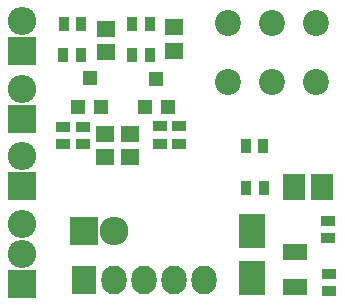
<source format=gts>
G04 #@! TF.FileFunction,Soldermask,Top*
%FSLAX46Y46*%
G04 Gerber Fmt 4.6, Leading zero omitted, Abs format (unit mm)*
G04 Created by KiCad (PCBNEW 4.0.4-1.fc24-product) date Thu Jun 14 15:19:54 2018*
%MOMM*%
%LPD*%
G01*
G04 APERTURE LIST*
%ADD10C,0.100000*%
%ADD11R,2.000000X1.400000*%
%ADD12C,2.200000*%
%ADD13O,2.398980X2.398980*%
%ADD14R,2.398980X2.398980*%
%ADD15R,1.300000X0.900000*%
%ADD16R,1.949400X2.200860*%
%ADD17R,1.200000X1.300000*%
%ADD18R,0.900000X1.300000*%
%ADD19R,2.200860X2.899360*%
%ADD20R,2.127200X2.432000*%
%ADD21O,2.127200X2.432000*%
%ADD22R,2.432000X2.432000*%
%ADD23O,2.432000X2.432000*%
%ADD24R,1.650000X1.400000*%
G04 APERTURE END LIST*
D10*
D11*
X151500000Y-99400000D03*
X151500000Y-102400000D03*
D12*
X153300000Y-80000000D03*
X149550000Y-80000000D03*
X145800000Y-80000000D03*
X153300000Y-85000000D03*
X149550000Y-85000000D03*
X145800000Y-85000000D03*
D13*
X128400000Y-91310000D03*
D14*
X128400000Y-93850000D03*
D13*
X128405024Y-85573844D03*
D14*
X128405024Y-88113844D03*
D13*
X128400000Y-97000000D03*
D14*
X128400000Y-102080000D03*
D13*
X128400000Y-99540000D03*
D15*
X154300000Y-96750000D03*
X154300000Y-98250000D03*
D13*
X128400000Y-79860000D03*
D14*
X128400000Y-82400000D03*
D16*
X151373980Y-93900000D03*
X153726020Y-93900000D03*
D17*
X138800000Y-87150000D03*
X140700000Y-87150000D03*
X139750000Y-84750000D03*
X133150000Y-87100000D03*
X135050000Y-87100000D03*
X134100000Y-84700000D03*
D18*
X139193993Y-80070255D03*
X137693993Y-80070255D03*
X133393993Y-80070255D03*
X131893993Y-80070255D03*
X139193993Y-82770255D03*
X137693993Y-82770255D03*
X133343993Y-82770255D03*
X131843993Y-82770255D03*
D15*
X154350000Y-101250000D03*
X154350000Y-102750000D03*
D18*
X148850000Y-93950000D03*
X147350000Y-93950000D03*
D19*
X147800000Y-97652040D03*
X147800000Y-101650000D03*
D15*
X141700000Y-88750000D03*
X141700000Y-90250000D03*
X131850000Y-88800000D03*
X131850000Y-90300000D03*
X140050000Y-90250000D03*
X140050000Y-88750000D03*
X133500000Y-90300000D03*
X133500000Y-88800000D03*
D18*
X148800000Y-90400000D03*
X147300000Y-90400000D03*
D20*
X133630000Y-101740000D03*
D21*
X136170000Y-101740000D03*
X138710000Y-101740000D03*
X141250000Y-101740000D03*
X143790000Y-101740000D03*
D22*
X133600000Y-97600000D03*
D23*
X136140000Y-97600000D03*
D24*
X141200000Y-82400000D03*
X141200000Y-80400000D03*
X135500000Y-82500000D03*
X135500000Y-80500000D03*
X137500000Y-89400000D03*
X137500000Y-91400000D03*
X135400000Y-89400000D03*
X135400000Y-91400000D03*
M02*

</source>
